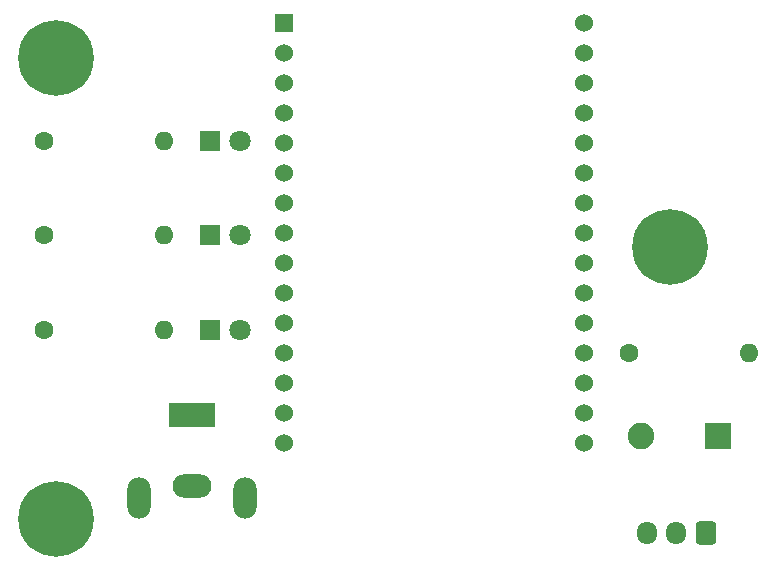
<source format=gbr>
%TF.GenerationSoftware,KiCad,Pcbnew,8.0.4+dfsg-1*%
%TF.CreationDate,2024-11-28T14:38:24-05:00*%
%TF.ProjectId,smart-fluid-flow-meter,736d6172-742d-4666-9c75-69642d666c6f,rev?*%
%TF.SameCoordinates,Original*%
%TF.FileFunction,Copper,L2,Bot*%
%TF.FilePolarity,Positive*%
%FSLAX46Y46*%
G04 Gerber Fmt 4.6, Leading zero omitted, Abs format (unit mm)*
G04 Created by KiCad (PCBNEW 8.0.4+dfsg-1) date 2024-11-28 14:38:24*
%MOMM*%
%LPD*%
G01*
G04 APERTURE LIST*
G04 Aperture macros list*
%AMRoundRect*
0 Rectangle with rounded corners*
0 $1 Rounding radius*
0 $2 $3 $4 $5 $6 $7 $8 $9 X,Y pos of 4 corners*
0 Add a 4 corners polygon primitive as box body*
4,1,4,$2,$3,$4,$5,$6,$7,$8,$9,$2,$3,0*
0 Add four circle primitives for the rounded corners*
1,1,$1+$1,$2,$3*
1,1,$1+$1,$4,$5*
1,1,$1+$1,$6,$7*
1,1,$1+$1,$8,$9*
0 Add four rect primitives between the rounded corners*
20,1,$1+$1,$2,$3,$4,$5,0*
20,1,$1+$1,$4,$5,$6,$7,0*
20,1,$1+$1,$6,$7,$8,$9,0*
20,1,$1+$1,$8,$9,$2,$3,0*%
G04 Aperture macros list end*
%TA.AperFunction,ComponentPad*%
%ADD10C,1.600000*%
%TD*%
%TA.AperFunction,ComponentPad*%
%ADD11O,1.600000X1.600000*%
%TD*%
%TA.AperFunction,ComponentPad*%
%ADD12R,4.000000X2.000000*%
%TD*%
%TA.AperFunction,ComponentPad*%
%ADD13O,3.300000X2.000000*%
%TD*%
%TA.AperFunction,ComponentPad*%
%ADD14O,2.000000X3.500000*%
%TD*%
%TA.AperFunction,ComponentPad*%
%ADD15RoundRect,0.250000X0.600000X0.725000X-0.600000X0.725000X-0.600000X-0.725000X0.600000X-0.725000X0*%
%TD*%
%TA.AperFunction,ComponentPad*%
%ADD16O,1.700000X1.950000*%
%TD*%
%TA.AperFunction,ComponentPad*%
%ADD17C,0.800000*%
%TD*%
%TA.AperFunction,ComponentPad*%
%ADD18C,6.400000*%
%TD*%
%TA.AperFunction,ComponentPad*%
%ADD19C,1.524000*%
%TD*%
%TA.AperFunction,ComponentPad*%
%ADD20R,1.524000X1.524000*%
%TD*%
%TA.AperFunction,ComponentPad*%
%ADD21R,1.800000X1.800000*%
%TD*%
%TA.AperFunction,ComponentPad*%
%ADD22C,1.800000*%
%TD*%
%TA.AperFunction,ComponentPad*%
%ADD23R,2.250000X2.250000*%
%TD*%
%TA.AperFunction,ComponentPad*%
%ADD24C,2.250000*%
%TD*%
G04 APERTURE END LIST*
D10*
%TO.P,R2,1*%
%TO.N,0*%
X67000000Y-68000000D03*
D11*
%TO.P,R2,2*%
%TO.N,Net-(D2-K)*%
X77160000Y-68000000D03*
%TD*%
D12*
%TO.P,J2,1*%
%TO.N,Net-(J1-Pin_3)*%
X79500000Y-83250000D03*
D13*
%TO.P,J2,2*%
%TO.N,0*%
X79500000Y-89250000D03*
D14*
%TO.P,J2,MP*%
%TO.N,N/C*%
X75000000Y-90250000D03*
X84000000Y-90250000D03*
%TD*%
D15*
%TO.P,J1,1,Pin_1*%
%TO.N,Net-(J1-Pin_1)*%
X123000000Y-93250000D03*
D16*
%TO.P,J1,2,Pin_2*%
%TO.N,0*%
X120500000Y-93250000D03*
%TO.P,J1,3,Pin_3*%
%TO.N,Net-(J1-Pin_3)*%
X118000000Y-93250000D03*
%TD*%
D10*
%TO.P,R4,1*%
%TO.N,Net-(U2-D4)*%
X116500000Y-78000000D03*
D11*
%TO.P,R4,2*%
%TO.N,Net-(J1-Pin_1)*%
X126660000Y-78000000D03*
%TD*%
D17*
%TO.P,MH1,1,1*%
%TO.N,0*%
X65600000Y-92000000D03*
X66302944Y-90302944D03*
X66302944Y-93697056D03*
X68000000Y-89600000D03*
D18*
X68000000Y-92000000D03*
D17*
X68000000Y-94400000D03*
X69697056Y-90302944D03*
X69697056Y-93697056D03*
X70400000Y-92000000D03*
%TD*%
D10*
%TO.P,R1,1*%
%TO.N,0*%
X67000000Y-60000000D03*
D11*
%TO.P,R1,2*%
%TO.N,Net-(D1-K)*%
X77160000Y-60000000D03*
%TD*%
D19*
%TO.P,U2,1,3V3*%
%TO.N,unconnected-(U2-3V3-Pad1)*%
X112700000Y-85560000D03*
%TO.P,U2,2,GND*%
%TO.N,0*%
X112700000Y-83020000D03*
%TO.P,U2,3,D15*%
%TO.N,unconnected-(U2-D15-Pad3)*%
X112700000Y-80480000D03*
%TO.P,U2,4,D2*%
%TO.N,unconnected-(U2-D2-Pad4)*%
X112700000Y-77940000D03*
%TO.P,U2,5,D4*%
%TO.N,Net-(U2-D4)*%
X112700000Y-75400000D03*
%TO.P,U2,6,RX2*%
%TO.N,unconnected-(U2-RX2-Pad6)*%
X112700000Y-72860000D03*
%TO.P,U2,7,TX2*%
%TO.N,unconnected-(U2-TX2-Pad7)*%
X112700000Y-70320000D03*
%TO.P,U2,8,D5*%
%TO.N,unconnected-(U2-D5-Pad8)*%
X112700000Y-67780000D03*
%TO.P,U2,9,D18*%
%TO.N,Net-(U2-D18)*%
X112700000Y-65240000D03*
%TO.P,U2,10,D19*%
%TO.N,unconnected-(U2-D19-Pad10)*%
X112700000Y-62700000D03*
%TO.P,U2,11,D21*%
%TO.N,unconnected-(U2-D21-Pad11)*%
X112700000Y-60160000D03*
%TO.P,U2,12,RX0*%
%TO.N,unconnected-(U2-RX0-Pad12)*%
X112700000Y-57620000D03*
%TO.P,U2,13,TX0*%
%TO.N,unconnected-(U2-TX0-Pad13)*%
X112700000Y-55080000D03*
%TO.P,U2,14,D22*%
%TO.N,unconnected-(U2-D22-Pad14)*%
X112700000Y-52540000D03*
%TO.P,U2,15,D23*%
%TO.N,unconnected-(U2-D23-Pad15)*%
X112700000Y-50000000D03*
D20*
%TO.P,U2,16,EN*%
%TO.N,unconnected-(U2-EN-Pad16)*%
X87300000Y-50000000D03*
D19*
%TO.P,U2,17,VP*%
%TO.N,unconnected-(U2-VP-Pad17)*%
X87300000Y-52540000D03*
%TO.P,U2,18,VN*%
%TO.N,unconnected-(U2-VN-Pad18)*%
X87300000Y-55080000D03*
%TO.P,U2,19,D34*%
%TO.N,unconnected-(U2-D34-Pad19)*%
X87300000Y-57620000D03*
%TO.P,U2,20,D35*%
%TO.N,unconnected-(U2-D35-Pad20)*%
X87300000Y-60160000D03*
%TO.P,U2,21,D32*%
%TO.N,Net-(D1-A)*%
X87300000Y-62700000D03*
%TO.P,U2,22,D33*%
%TO.N,Net-(D2-A)*%
X87300000Y-65240000D03*
%TO.P,U2,23,D25*%
%TO.N,unconnected-(U2-D25-Pad23)*%
X87300000Y-67780000D03*
%TO.P,U2,24,D26*%
%TO.N,unconnected-(U2-D26-Pad24)*%
X87300000Y-70320000D03*
%TO.P,U2,25,D27*%
%TO.N,unconnected-(U2-D27-Pad25)*%
X87300000Y-72860000D03*
%TO.P,U2,26,D14*%
%TO.N,Net-(D3-A)*%
X87300000Y-75400000D03*
%TO.P,U2,27,D12*%
%TO.N,unconnected-(U2-D12-Pad27)*%
X87300000Y-77940000D03*
%TO.P,U2,28,D13*%
%TO.N,unconnected-(U2-D13-Pad28)*%
X87300000Y-80480000D03*
%TO.P,U2,29,GND*%
%TO.N,0*%
X87300000Y-83020000D03*
%TO.P,U2,30,VIN*%
%TO.N,Net-(J1-Pin_3)*%
X87300000Y-85560000D03*
%TD*%
D17*
%TO.P,MH2,1,1*%
%TO.N,0*%
X65600000Y-53000000D03*
X66302944Y-51302944D03*
X66302944Y-54697056D03*
X68000000Y-50600000D03*
D18*
X68000000Y-53000000D03*
D17*
X68000000Y-55400000D03*
X69697056Y-51302944D03*
X69697056Y-54697056D03*
X70400000Y-53000000D03*
%TD*%
D21*
%TO.P,D2,1,K*%
%TO.N,Net-(D2-K)*%
X81000000Y-68000000D03*
D22*
%TO.P,D2,2,A*%
%TO.N,Net-(D2-A)*%
X83540000Y-68000000D03*
%TD*%
D10*
%TO.P,R3,1*%
%TO.N,0*%
X67000000Y-76000000D03*
D11*
%TO.P,R3,2*%
%TO.N,Net-(D3-K)*%
X77160000Y-76000000D03*
%TD*%
D17*
%TO.P,MH3,1,1*%
%TO.N,0*%
X117600000Y-69000000D03*
X118302944Y-67302944D03*
X118302944Y-70697056D03*
X120000000Y-66600000D03*
D18*
X120000000Y-69000000D03*
D17*
X120000000Y-71400000D03*
X121697056Y-67302944D03*
X121697056Y-70697056D03*
X122400000Y-69000000D03*
%TD*%
D21*
%TO.P,D1,1,K*%
%TO.N,Net-(D1-K)*%
X81000000Y-60000000D03*
D22*
%TO.P,D1,2,A*%
%TO.N,Net-(D1-A)*%
X83540000Y-60000000D03*
%TD*%
D23*
%TO.P,SW1,1,1*%
%TO.N,Net-(U2-D18)*%
X124000000Y-85000000D03*
D24*
%TO.P,SW1,2,2*%
%TO.N,0*%
X117500000Y-85000000D03*
%TD*%
D21*
%TO.P,D3,1,K*%
%TO.N,Net-(D3-K)*%
X81000000Y-76000000D03*
D22*
%TO.P,D3,2,A*%
%TO.N,Net-(D3-A)*%
X83540000Y-76000000D03*
%TD*%
M02*

</source>
